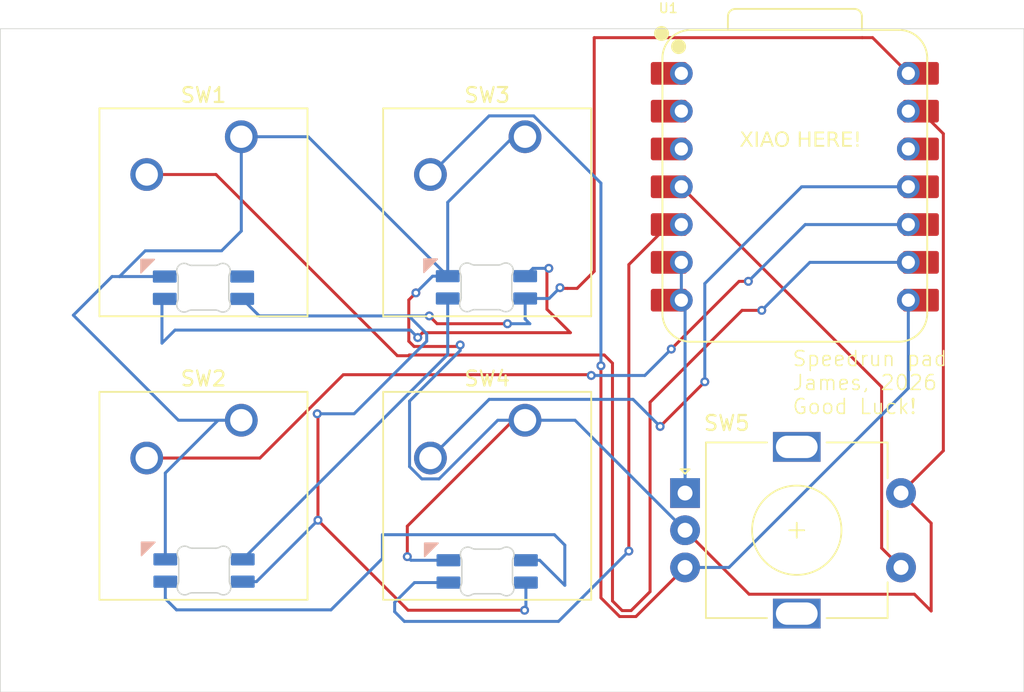
<source format=kicad_pcb>
(kicad_pcb (version 20241229) (generator "pcbnew") (generator_version "9.0")
  (layers (0 "F.Cu" signal) (2 "B.Cu" signal) (13 "F.Paste" user) (15 "B.Paste" user) (5 "F.SilkS" user "F.Silkscreen") (7 "B.SilkS" user "B.Silkscreen") (1 "F.Mask" user) (3 "B.Mask" user) (25 "Edge.Cuts" user))
  (net 0 "")
  (net 1 "Net-(D1-DOUT)")
  (net 2 "GND")
  (net 3 "Net-(D1-DIN)")
  (net 4 "+5V")
  (net 5 "Net-(U1-GPIO2{slash}SCK)")
  (net 6 "Net-(U1-GPIO4{slash}MISO)")
  (net 7 "Net-(U1-GPIO1{slash}RX)")
  (net 8 "Net-(U1-GPIO3{slash}MOSI)")
  (net 13 "Net-(D3-DOUT)")
  (net 14 "Net-(D3-DIN)")
  (net 15 "Net-(U1-GPIO0{slash}TX)")
  (net 16 "Net-(U1-GPIO29{slash}ADC3{slash}A3)")
  (footprint "Hackclub Footprints:MX_SK6812MINI-E_REV" (layer "F.Cu") (at 100.0125 71.4225)
    (property "Reference" "D2" (hide yes))
    (property "Value" "SK6812MINI-E")
    (fp_poly (pts (xy -4.2 4.08) (xy -3.3 3.18) (xy -4.2 3.18)) (stroke (width 0.1)) (fill yes) (layer "B.SilkS"))
    (fp_line (start -1.699999 5.782842) (end -1.699999 4.377158) (stroke (width 0.1)) (layer "Edge.Cuts"))
    (fp_line (start -0.794452 3.58) (end 0.794452 3.58) (stroke (width 0.1)) (layer "Edge.Cuts"))
    (fp_line (start 0.794452 6.579999) (end -0.794453 6.579999) (stroke (width 0.1)) (layer "Edge.Cuts"))
    (fp_line (start 1.699999 4.377158) (end 1.699999 5.782842) (stroke (width 0.1)) (layer "Edge.Cuts"))
    (fp_arc (start -1.749484 4.16028) (mid -1.712527 4.265932) (end -1.699999 4.377158) (stroke (width 0.1)) (layer "Edge.Cuts"))
    (fp_arc (start -1.749484 4.160281) (mid -1.638072 3.575965) (end -1.046711 3.511701) (stroke (width 0.1)) (layer "Edge.Cuts"))
    (fp_arc (start -1.699999 5.782843) (mid -1.712527 5.894068) (end -1.749484 5.99972) (stroke (width 0.1)) (layer "Edge.Cuts"))
    (fp_arc (start -1.046711 6.648298) (mid -1.638071 6.584034) (end -1.749484 5.99972) (stroke (width 0.1)) (layer "Edge.Cuts"))
    (fp_arc (start -1.046711 6.648298) (mid -0.925123 6.597376) (end -0.794453 6.579999) (stroke (width 0.1)) (layer "Edge.Cuts"))
    (fp_arc (start -0.794452 3.58) (mid -0.925123 3.562623) (end -1.046711 3.511701) (stroke (width 0.1)) (layer "Edge.Cuts"))
    (fp_arc (start 0.794453 6.58) (mid 0.925123 6.597377) (end 1.046711 6.648299) (stroke (width 0.1)) (layer "Edge.Cuts"))
    (fp_arc (start 1.04671 3.511701) (mid 0.925122 3.562623) (end 0.794452 3.58) (stroke (width 0.1)) (layer "Edge.Cuts"))
    (fp_arc (start 1.046711 3.511703) (mid 1.63807 3.575966) (end 1.749484 4.16028) (stroke (width 0.1)) (layer "Edge.Cuts"))
    (fp_arc (start 1.699999 4.377157) (mid 1.712527 4.265932) (end 1.749484 4.16028) (stroke (width 0.1)) (layer "Edge.Cuts"))
    (fp_arc (start 1.749484 5.99972) (mid 1.638071 6.584035) (end 1.046711 6.648299) (stroke (width 0.1)) (layer "Edge.Cuts"))
    (fp_arc (start 1.749484 5.99972) (mid 1.712527 5.894068) (end 1.699999 5.782842) (stroke (width 0.1)) (layer "Edge.Cuts"))
    (pad "1" smd roundrect (at 2.6 5.83 90) (size 0.82 1.6) (layers "B.Cu" "B.Mask" "B.Paste") (roundrect_rratio 0.1) (net 4 "+5V"))
    (pad "2" smd roundrect (at 2.6 4.33 90) (size 0.82 1.6) (layers "B.Cu" "B.Mask" "B.Paste") (roundrect_rratio 0.1))
    (pad "3" smd roundrect (at -2.6 4.33 90) (size 0.82 1.6) (layers "B.Cu" "B.Mask" "B.Paste") (roundrect_rratio 0.1) (net 2 "GND"))
    (pad "4" smd roundrect (at -2.6 5.83 90) (size 0.82 1.6) (layers "B.Cu" "B.Mask" "B.Paste") (roundrect_rratio 0.1) (net 1 "Net-(D1-DOUT)"))
  )
  (footprint "Rotary_Encoder:RotaryEncoder_Alps_EC11E-Switch_Vertical_H20mm" (layer "F.Cu") (at 132.35 90.3)
    (property "Reference" "SW5" (at 2.8 -4.7 0) (layer "F.SilkS"))
    (property "Value" "RotaryEncoder_Switch")
    (fp_line (start -0.3 -1.6) (end 0.3 -1.6) (stroke (width 0.12)) (layer "F.SilkS"))
    (fp_line (start 0 -1.3) (end -0.3 -1.6) (stroke (width 0.12)) (layer "F.SilkS"))
    (fp_line (start 0.3 -1.6) (end 0 -1.3) (stroke (width 0.12)) (layer "F.SilkS"))
    (fp_line (start 1.4 -3.4) (end 1.4 8.4) (stroke (width 0.12)) (layer "F.SilkS"))
    (fp_line (start 5.5 -3.4) (end 1.4 -3.4) (stroke (width 0.12)) (layer "F.SilkS"))
    (fp_line (start 5.5 8.4) (end 1.4 8.4) (stroke (width 0.12)) (layer "F.SilkS"))
    (fp_line (start 7 2.5) (end 8 2.5) (stroke (width 0.12)) (layer "F.SilkS"))
    (fp_line (start 7.5 2) (end 7.5 3) (stroke (width 0.12)) (layer "F.SilkS"))
    (fp_line (start 9.5 -3.4) (end 13.6 -3.4) (stroke (width 0.12)) (layer "F.SilkS"))
    (fp_line (start 13.6 -3.4) (end 13.6 -1) (stroke (width 0.12)) (layer "F.SilkS"))
    (fp_line (start 13.6 1.2) (end 13.6 3.8) (stroke (width 0.12)) (layer "F.SilkS"))
    (fp_line (start 13.6 6) (end 13.6 8.4) (stroke (width 0.12)) (layer "F.SilkS"))
    (fp_line (start 13.6 8.4) (end 9.5 8.4) (stroke (width 0.12)) (layer "F.SilkS"))
    (fp_circle (center 7.5 2.5) (end 10.5 2.5) (stroke (width 0.12)) (fill no) (layer "F.SilkS"))
    (pad "A" thru_hole rect (at 0 0) (size 2 2) (drill 1) (layers "*.Cu" "*.Mask") (net 15 "Net-(U1-GPIO0{slash}TX)"))
    (pad "B" thru_hole circle (at 0 5) (size 2 2) (drill 1) (layers "*.Cu" "*.Mask") (net 7 "Net-(U1-GPIO1{slash}RX)"))
    (pad "C" thru_hole circle (at 0 2.5) (size 2 2) (drill 1) (layers "*.Cu" "*.Mask") (net 2 "GND"))
    (pad "MP" thru_hole rect (at 7.5 -3.1) (size 3.2 2) (drill oval 2.8 1.5) (layers "*.Cu" "*.Mask"))
    (pad "MP" thru_hole rect (at 7.5 8.1) (size 3.2 2) (drill oval 2.8 1.5) (layers "*.Cu" "*.Mask"))
    (pad "S1" thru_hole circle (at 14.5 5) (size 2 2) (drill 1) (layers "*.Cu" "*.Mask") (net 16 "Net-(U1-GPIO29{slash}ADC3{slash}A3)"))
    (pad "S2" thru_hole circle (at 14.5 0) (size 2 2) (drill 1) (layers "*.Cu" "*.Mask") (net 2 "GND"))
  )
  (footprint "Button_Switch_Keyboard:SW_Cherry_MX_1.00u_PCB" (layer "F.Cu") (at 121.6025 66.3575)
    (property "Reference" "SW3" (at -2.54 -2.794 0) (layer "F.SilkS"))
    (property "Value" "SW_Push")
    (fp_line (start -9.525 -1.905) (end 4.445 -1.905) (stroke (width 0.12)) (layer "F.SilkS"))
    (fp_line (start -9.525 12.065) (end -9.525 -1.905) (stroke (width 0.12)) (layer "F.SilkS"))
    (fp_line (start 4.445 -1.905) (end 4.445 12.065) (stroke (width 0.12)) (layer "F.SilkS"))
    (fp_line (start 4.445 12.065) (end -9.525 12.065) (stroke (width 0.12)) (layer "F.SilkS"))
    (pad "" np_thru_hole circle (at -7.62 5.08) (size 1.7 1.7) (drill 1.7) (layers "*.Cu" "*.Mask"))
    (pad "" np_thru_hole circle (at -2.54 5.08) (size 4 4) (drill 4) (layers "*.Cu" "*.Mask"))
    (pad "" np_thru_hole circle (at 2.54 5.08) (size 1.7 1.7) (drill 1.7) (layers "*.Cu" "*.Mask"))
    (pad "1" thru_hole circle (at 0 0) (size 2.2 2.2) (drill 1.5) (layers "*.Cu" "*.Mask") (net 2 "GND"))
    (pad "2" thru_hole circle (at -6.35 2.54) (size 2.2 2.2) (drill 1.5) (layers "*.Cu" "*.Mask") (net 7 "Net-(U1-GPIO1{slash}RX)"))
  )
  (footprint "OPL Library:XIAO-RP2040-DIP" (layer "F.Cu") (at 139.72 69.72)
    (property "Reference" "U1" (at -8.5 -12 0) (layer "F.SilkS") (effects (font (size 0.635 0.635) (thickness 0.1016))))
    (property "Value" "XIAO-RP2040-DIP")
    (fp_line (start -8.89 8.509) (end -8.89 -8.636) (stroke (width 0.127)) (layer "F.SilkS"))
    (fp_line (start -6.985 10.414) (end 6.985 10.414) (stroke (width 0.127)) (layer "F.SilkS"))
    (fp_line (start -4.495 -10.541) (end -4.491272 -11.451272) (stroke (width 0.127)) (layer "F.SilkS"))
    (fp_line (start -3.991272 -11.951) (end 4.004 -11.951) (stroke (width 0.127)) (layer "F.SilkS"))
    (fp_line (start 4.504 -11.451) (end 4.504 -10.541) (stroke (width 0.127)) (layer "F.SilkS"))
    (fp_line (start 6.985 -10.541) (end -6.985 -10.541) (stroke (width 0.1)) (layer "F.SilkS"))
    (fp_line (start 6.985 -10.541) (end -6.985 -10.541) (stroke (width 0.127)) (layer "F.SilkS"))
    (fp_line (start 8.89 8.509) (end 8.89 -8.636) (stroke (width 0.127)) (layer "F.SilkS"))
    (fp_arc (start -8.89 -8.636) (mid -8.332038 -9.983038) (end -6.985 -10.541) (stroke (width 0.127)) (layer "F.SilkS"))
    (fp_arc (start -6.985 10.414) (mid -8.332038 9.856038) (end -8.89 8.509) (stroke (width 0.127)) (layer "F.SilkS"))
    (fp_arc (start -4.491272 -11.451272) (mid -4.344728 -11.80464) (end -3.991272 -11.951) (stroke (width 0.127)) (layer "F.SilkS"))
    (fp_arc (start 4.004 -11.951) (mid 4.357553 -11.804553) (end 4.504 -11.451) (stroke (width 0.127)) (layer "F.SilkS"))
    (fp_arc (start 6.985 -10.541) (mid 8.332038 -9.983038) (end 8.89 -8.636) (stroke (width 0.127)) (layer "F.SilkS"))
    (fp_arc (start 8.89 8.509) (mid 8.332038 9.856038) (end 6.985 10.414) (stroke (width 0.127)) (layer "F.SilkS"))
    (fp_circle (center -8.95 -10.3) (end -8.95 -10.554) (stroke (width 0.5)) (fill yes) (layer "F.SilkS"))
    (fp_circle (center -7.807 -9.42) (end -7.807 -9.674) (stroke (width 0.5)) (fill yes) (layer "F.SilkS"))
    (pad "1" smd roundrect (at -8.455 -7.62 180) (size 2.432 1.524) (layers "F.Cu" "F.Mask") (roundrect_rratio 0.1))
    (pad "1" thru_hole circle (at -7.62 -7.62 180) (size 1.524 1.524) (drill 0.889) (layers "*.Cu" "*.Mask"))
    (pad "2" smd roundrect (at -8.455 -5.08 180) (size 2.432 1.524) (layers "F.Cu" "F.Mask") (roundrect_rratio 0.1))
    (pad "2" thru_hole circle (at -7.62 -5.08 180) (size 1.524 1.524) (drill 0.889) (layers "*.Cu" "*.Mask"))
    (pad "3" smd roundrect (at -8.455 -2.54 180) (size 2.432 1.524) (layers "F.Cu" "F.Mask") (roundrect_rratio 0.1))
    (pad "3" thru_hole circle (at -7.62 -2.54 180) (size 1.524 1.524) (drill 0.889) (layers "*.Cu" "*.Mask"))
    (pad "4" smd roundrect (at -8.455 0 180) (size 2.432 1.524) (layers "F.Cu" "F.Mask") (roundrect_rratio 0.1) (net 16 "Net-(U1-GPIO29{slash}ADC3{slash}A3)"))
    (pad "4" thru_hole circle (at -7.62 0 180) (size 1.524 1.524) (drill 0.889) (layers "*.Cu" "*.Mask") (net 16 "Net-(U1-GPIO29{slash}ADC3{slash}A3)"))
    (pad "5" smd roundrect (at -8.455 2.54 180) (size 2.432 1.524) (layers "F.Cu" "F.Mask") (roundrect_rratio 0.1) (net 14 "Net-(D3-DIN)"))
    (pad "5" thru_hole circle (at -7.62 2.54 180) (size 1.524 1.524) (drill 0.889) (layers "*.Cu" "*.Mask") (net 14 "Net-(D3-DIN)"))
    (pad "6" smd roundrect (at -8.455 5.08 180) (size 2.432 1.524) (layers "F.Cu" "F.Mask") (roundrect_rratio 0.1) (net 15 "Net-(U1-GPIO0{slash}TX)"))
    (pad "6" thru_hole circle (at -7.62 5.08 180) (size 1.524 1.524) (drill 0.889) (layers "*.Cu" "*.Mask") (net 15 "Net-(U1-GPIO0{slash}TX)"))
    (pad "7" smd roundrect (at -8.455 7.62 180) (size 2.432 1.524) (layers "F.Cu" "F.Mask") (roundrect_rratio 0.1) (net 15 "Net-(U1-GPIO0{slash}TX)"))
    (pad "7" thru_hole circle (at -7.62 7.62 180) (size 1.524 1.524) (drill 0.889) (layers "*.Cu" "*.Mask") (net 15 "Net-(U1-GPIO0{slash}TX)"))
    (pad "8" thru_hole circle (at 7.62 7.62) (size 1.524 1.524) (drill 0.889) (layers "*.Cu" "*.Mask") (net 7 "Net-(U1-GPIO1{slash}RX)"))
    (pad "8" smd roundrect (at 8.455 7.62) (size 2.432 1.524) (layers "F.Cu" "F.Mask") (roundrect_rratio 0.1) (net 7 "Net-(U1-GPIO1{slash}RX)"))
    (pad "9" thru_hole circle (at 7.62 5.08) (size 1.524 1.524) (drill 0.889) (layers "*.Cu" "*.Mask") (net 5 "Net-(U1-GPIO2{slash}SCK)"))
    (pad "9" smd roundrect (at 8.455 5.08) (size 2.432 1.524) (layers "F.Cu" "F.Mask") (roundrect_rratio 0.1) (net 5 "Net-(U1-GPIO2{slash}SCK)"))
    (pad "10" thru_hole circle (at 7.62 2.54) (size 1.524 1.524) (drill 0.889) (layers "*.Cu" "*.Mask") (net 6 "Net-(U1-GPIO4{slash}MISO)"))
    (pad "10" smd roundrect (at 8.455 2.54) (size 2.432 1.524) (layers "F.Cu" "F.Mask") (roundrect_rratio 0.1) (net 6 "Net-(U1-GPIO4{slash}MISO)"))
    (pad "11" thru_hole circle (at 7.62 0) (size 1.524 1.524) (drill 0.889) (layers "*.Cu" "*.Mask") (net 8 "Net-(U1-GPIO3{slash}MOSI)"))
    (pad "11" smd roundrect (at 8.455 0) (size 2.432 1.524) (layers "F.Cu" "F.Mask") (roundrect_rratio 0.1) (net 8 "Net-(U1-GPIO3{slash}MOSI)"))
    (pad "12" thru_hole circle (at 7.62 -2.54) (size 1.524 1.524) (drill 0.889) (layers "*.Cu" "*.Mask"))
    (pad "12" smd roundrect (at 8.455 -2.54) (size 2.432 1.524) (layers "F.Cu" "F.Mask") (roundrect_rratio 0.1))
    (pad "13" thru_hole circle (at 7.62 -5.08) (size 1.524 1.524) (drill 0.889) (layers "*.Cu" "*.Mask") (net 2 "GND"))
    (pad "13" smd roundrect (at 8.455 -5.08) (size 2.432 1.524) (layers "F.Cu" "F.Mask") (roundrect_rratio 0.1) (net 2 "GND"))
    (pad "14" thru_hole circle (at 7.62 -7.62) (size 1.524 1.524) (drill 0.889) (layers "*.Cu" "*.Mask") (net 4 "+5V"))
    (pad "14" smd roundrect (at 8.455 -7.62) (size 2.432 1.524) (layers "F.Cu" "F.Mask") (roundrect_rratio 0.1) (net 4 "+5V"))
  )
  (footprint "Button_Switch_Keyboard:SW_Cherry_MX_1.00u_PCB" (layer "F.Cu") (at 121.6025 85.4075)
    (property "Reference" "SW4" (at -2.54 -2.794 0) (layer "F.SilkS"))
    (property "Value" "SW_Push")
    (fp_line (start -9.525 -1.905) (end 4.445 -1.905) (stroke (width 0.12)) (layer "F.SilkS"))
    (fp_line (start -9.525 12.065) (end -9.525 -1.905) (stroke (width 0.12)) (layer "F.SilkS"))
    (fp_line (start 4.445 -1.905) (end 4.445 12.065) (stroke (width 0.12)) (layer "F.SilkS"))
    (fp_line (start 4.445 12.065) (end -9.525 12.065) (stroke (width 0.12)) (layer "F.SilkS"))
    (pad "" np_thru_hole circle (at -7.62 5.08) (size 1.7 1.7) (drill 1.7) (layers "*.Cu" "*.Mask"))
    (pad "" np_thru_hole circle (at -2.54 5.08) (size 4 4) (drill 4) (layers "*.Cu" "*.Mask"))
    (pad "" np_thru_hole circle (at 2.54 5.08) (size 1.7 1.7) (drill 1.7) (layers "*.Cu" "*.Mask"))
    (pad "1" thru_hole circle (at 0 0) (size 2.2 2.2) (drill 1.5) (layers "*.Cu" "*.Mask") (net 2 "GND"))
    (pad "2" thru_hole circle (at -6.35 2.54) (size 2.2 2.2) (drill 1.5) (layers "*.Cu" "*.Mask") (net 8 "Net-(U1-GPIO3{slash}MOSI)"))
  )
  (footprint "Hackclub Footprints:MX_SK6812MINI-E_REV" (layer "F.Cu") (at 119.0625 90.4875)
    (property "Reference" "D3" (hide yes))
    (property "Value" "SK6812MINI-E")
    (fp_poly (pts (xy -4.2 4.08) (xy -3.3 3.18) (xy -4.2 3.18)) (stroke (width 0.1)) (fill yes) (layer "B.SilkS"))
    (fp_line (start -1.699999 5.782842) (end -1.699999 4.377158) (stroke (width 0.1)) (layer "Edge.Cuts"))
    (fp_line (start -0.794452 3.58) (end 0.794452 3.58) (stroke (width 0.1)) (layer "Edge.Cuts"))
    (fp_line (start 0.794452 6.579999) (end -0.794453 6.579999) (stroke (width 0.1)) (layer "Edge.Cuts"))
    (fp_line (start 1.699999 4.377158) (end 1.699999 5.782842) (stroke (width 0.1)) (layer "Edge.Cuts"))
    (fp_arc (start -1.749484 4.16028) (mid -1.712527 4.265932) (end -1.699999 4.377158) (stroke (width 0.1)) (layer "Edge.Cuts"))
    (fp_arc (start -1.749484 4.160281) (mid -1.638072 3.575965) (end -1.046711 3.511701) (stroke (width 0.1)) (layer "Edge.Cuts"))
    (fp_arc (start -1.699999 5.782843) (mid -1.712527 5.894068) (end -1.749484 5.99972) (stroke (width 0.1)) (layer "Edge.Cuts"))
    (fp_arc (start -1.046711 6.648298) (mid -1.638071 6.584034) (end -1.749484 5.99972) (stroke (width 0.1)) (layer "Edge.Cuts"))
    (fp_arc (start -1.046711 6.648298) (mid -0.925123 6.597376) (end -0.794453 6.579999) (stroke (width 0.1)) (layer "Edge.Cuts"))
    (fp_arc (start -0.794452 3.58) (mid -0.925123 3.562623) (end -1.046711 3.511701) (stroke (width 0.1)) (layer "Edge.Cuts"))
    (fp_arc (start 0.794453 6.58) (mid 0.925123 6.597377) (end 1.046711 6.648299) (stroke (width 0.1)) (layer "Edge.Cuts"))
    (fp_arc (start 1.04671 3.511701) (mid 0.925122 3.562623) (end 0.794452 3.58) (stroke (width 0.1)) (layer "Edge.Cuts"))
    (fp_arc (start 1.046711 3.511703) (mid 1.63807 3.575966) (end 1.749484 4.16028) (stroke (width 0.1)) (layer "Edge.Cuts"))
    (fp_arc (start 1.699999 4.377157) (mid 1.712527 4.265932) (end 1.749484 4.16028) (stroke (width 0.1)) (layer "Edge.Cuts"))
    (fp_arc (start 1.749484 5.99972) (mid 1.638071 6.584035) (end 1.046711 6.648299) (stroke (width 0.1)) (layer "Edge.Cuts"))
    (fp_arc (start 1.749484 5.99972) (mid 1.712527 5.894068) (end 1.699999 5.782842) (stroke (width 0.1)) (layer "Edge.Cuts"))
    (pad "1" smd roundrect (at 2.6 5.83 90) (size 0.82 1.6) (layers "B.Cu" "B.Mask" "B.Paste") (roundrect_rratio 0.1) (net 4 "+5V"))
    (pad "2" smd roundrect (at 2.6 4.33 90) (size 0.82 1.6) (layers "B.Cu" "B.Mask" "B.Paste") (roundrect_rratio 0.1) (net 13 "Net-(D3-DOUT)"))
    (pad "3" smd roundrect (at -2.6 4.33 90) (size 0.82 1.6) (layers "B.Cu" "B.Mask" "B.Paste") (roundrect_rratio 0.1) (net 2 "GND"))
    (pad "4" smd roundrect (at -2.6 5.83 90) (size 0.82 1.6) (layers "B.Cu" "B.Mask" "B.Paste") (roundrect_rratio 0.1) (net 14 "Net-(D3-DIN)"))
  )
  (footprint "Button_Switch_Keyboard:SW_Cherry_MX_1.00u_PCB" (layer "F.Cu") (at 102.5525 66.3575)
    (property "Reference" "SW1" (at -2.54 -2.794 0) (layer "F.SilkS"))
    (property "Value" "SW_Push")
    (fp_line (start -9.525 -1.905) (end 4.445 -1.905) (stroke (width 0.12)) (layer "F.SilkS"))
    (fp_line (start -9.525 12.065) (end -9.525 -1.905) (stroke (width 0.12)) (layer "F.SilkS"))
    (fp_line (start 4.445 -1.905) (end 4.445 12.065) (stroke (width 0.12)) (layer "F.SilkS"))
    (fp_line (start 4.445 12.065) (end -9.525 12.065) (stroke (width 0.12)) (layer "F.SilkS"))
    (pad "" np_thru_hole circle (at -7.62 5.08) (size 1.7 1.7) (drill 1.7) (layers "*.Cu" "*.Mask"))
    (pad "" np_thru_hole circle (at -2.54 5.08) (size 4 4) (drill 4) (layers "*.Cu" "*.Mask"))
    (pad "" np_thru_hole circle (at 2.54 5.08) (size 1.7 1.7) (drill 1.7) (layers "*.Cu" "*.Mask"))
    (pad "1" thru_hole circle (at 0 0) (size 2.2 2.2) (drill 1.5) (layers "*.Cu" "*.Mask") (net 2 "GND"))
    (pad "2" thru_hole circle (at -6.35 2.54) (size 2.2 2.2) (drill 1.5) (layers "*.Cu" "*.Mask") (net 5 "Net-(U1-GPIO2{slash}SCK)"))
  )
  (footprint "Hackclub Footprints:MX_SK6812MINI-E_REV" (layer "F.Cu") (at 119.0125 71.3975)
    (property "Reference" "D1" (hide yes))
    (property "Value" "SK6812MINI-E")
    (fp_poly (pts (xy -4.2 4.08) (xy -3.3 3.18) (xy -4.2 3.18)) (stroke (width 0.1)) (fill yes) (layer "B.SilkS"))
    (fp_line (start -1.699999 5.782842) (end -1.699999 4.377158) (stroke (width 0.1)) (layer "Edge.Cuts"))
    (fp_line (start -0.794452 3.58) (end 0.794452 3.58) (stroke (width 0.1)) (layer "Edge.Cuts"))
    (fp_line (start 0.794452 6.579999) (end -0.794453 6.579999) (stroke (width 0.1)) (layer "Edge.Cuts"))
    (fp_line (start 1.699999 4.377158) (end 1.699999 5.782842) (stroke (width 0.1)) (layer "Edge.Cuts"))
    (fp_arc (start -1.749484 4.16028) (mid -1.712527 4.265932) (end -1.699999 4.377158) (stroke (width 0.1)) (layer "Edge.Cuts"))
    (fp_arc (start -1.749484 4.160281) (mid -1.638072 3.575965) (end -1.046711 3.511701) (stroke (width 0.1)) (layer "Edge.Cuts"))
    (fp_arc (start -1.699999 5.782843) (mid -1.712527 5.894068) (end -1.749484 5.99972) (stroke (width 0.1)) (layer "Edge.Cuts"))
    (fp_arc (start -1.046711 6.648298) (mid -1.638071 6.584034) (end -1.749484 5.99972) (stroke (width 0.1)) (layer "Edge.Cuts"))
    (fp_arc (start -1.046711 6.648298) (mid -0.925123 6.597376) (end -0.794453 6.579999) (stroke (width 0.1)) (layer "Edge.Cuts"))
    (fp_arc (start -0.794452 3.58) (mid -0.925123 3.562623) (end -1.046711 3.511701) (stroke (width 0.1)) (layer "Edge.Cuts"))
    (fp_arc (start 0.794453 6.58) (mid 0.925123 6.597377) (end 1.046711 6.648299) (stroke (width 0.1)) (layer "Edge.Cuts"))
    (fp_arc (start 1.04671 3.511701) (mid 0.925122 3.562623) (end 0.794452 3.58) (stroke (width 0.1)) (layer "Edge.Cuts"))
    (fp_arc (start 1.046711 3.511703) (mid 1.63807 3.575966) (end 1.749484 4.16028) (stroke (width 0.1)) (layer "Edge.Cuts"))
    (fp_arc (start 1.699999 4.377157) (mid 1.712527 4.265932) (end 1.749484 4.16028) (stroke (width 0.1)) (layer "Edge.Cuts"))
    (fp_arc (start 1.749484 5.99972) (mid 1.638071 6.584035) (end 1.046711 6.648299) (stroke (width 0.1)) (layer "Edge.Cuts"))
    (fp_arc (start 1.749484 5.99972) (mid 1.712527 5.894068) (end 1.699999 5.782842) (stroke (width 0.1)) (layer "Edge.Cuts"))
    (pad "1" smd roundrect (at 2.6 5.83 90) (size 0.82 1.6) (layers "B.Cu" "B.Mask" "B.Paste") (roundrect_rratio 0.1) (net 4 "+5V"))
    (pad "2" smd roundrect (at 2.6 4.33 90) (size 0.82 1.6) (layers "B.Cu" "B.Mask" "B.Paste") (roundrect_rratio 0.1) (net 1 "Net-(D1-DOUT)"))
    (pad "3" smd roundrect (at -2.6 4.33 90) (size 0.82 1.6) (layers "B.Cu" "B.Mask" "B.Paste") (roundrect_rratio 0.1) (net 2 "GND"))
    (pad "4" smd roundrect (at -2.6 5.83 90) (size 0.82 1.6) (layers "B.Cu" "B.Mask" "B.Paste") (roundrect_rratio 0.1) (net 3 "Net-(D1-DIN)"))
  )
  (footprint "Button_Switch_Keyboard:SW_Cherry_MX_1.00u_PCB" (layer "F.Cu") (at 102.5525 85.4075)
    (property "Reference" "SW2" (at -2.54 -2.794 0) (layer "F.SilkS"))
    (property "Value" "SW_Push")
    (fp_line (start -9.525 -1.905) (end 4.445 -1.905) (stroke (width 0.12)) (layer "F.SilkS"))
    (fp_line (start -9.525 12.065) (end -9.525 -1.905) (stroke (width 0.12)) (layer "F.SilkS"))
    (fp_line (start 4.445 -1.905) (end 4.445 12.065) (stroke (width 0.12)) (layer "F.SilkS"))
    (fp_line (start 4.445 12.065) (end -9.525 12.065) (stroke (width 0.12)) (layer "F.SilkS"))
    (pad "" np_thru_hole circle (at -7.62 5.08) (size 1.7 1.7) (drill 1.7) (layers "*.Cu" "*.Mask"))
    (pad "" np_thru_hole circle (at -2.54 5.08) (size 4 4) (drill 4) (layers "*.Cu" "*.Mask"))
    (pad "" np_thru_hole circle (at 2.54 5.08) (size 1.7 1.7) (drill 1.7) (layers "*.Cu" "*.Mask"))
    (pad "1" thru_hole circle (at 0 0) (size 2.2 2.2) (drill 1.5) (layers "*.Cu" "*.Mask") (net 2 "GND"))
    (pad "2" thru_hole circle (at -6.35 2.54) (size 2.2 2.2) (drill 1.5) (layers "*.Cu" "*.Mask") (net 6 "Net-(U1-GPIO4{slash}MISO)"))
  )
  (footprint "Hackclub Footprints:MX_SK6812MINI-E_REV" (layer "F.Cu") (at 100.05 90.425)
    (property "Reference" "D4" (hide yes))
    (property "Value" "SK6812MINI-E")
    (fp_poly (pts (xy -4.2 4.08) (xy -3.3 3.18) (xy -4.2 3.18)) (stroke (width 0.1)) (fill yes) (layer "B.SilkS"))
    (fp_line (start -1.699999 5.782842) (end -1.699999 4.377158) (stroke (width 0.1)) (layer "Edge.Cuts"))
    (fp_line (start -0.794452 3.58) (end 0.794452 3.58) (stroke (width 0.1)) (layer "Edge.Cuts"))
    (fp_line (start 0.794452 6.579999) (end -0.794453 6.579999) (stroke (width 0.1)) (layer "Edge.Cuts"))
    (fp_line (start 1.699999 4.377158) (end 1.699999 5.782842) (stroke (width 0.1)) (layer "Edge.Cuts"))
    (fp_arc (start -1.749484 4.16028) (mid -1.712527 4.265932) (end -1.699999 4.377158) (stroke (width 0.1)) (layer "Edge.Cuts"))
    (fp_arc (start -1.749484 4.160281) (mid -1.638072 3.575965) (end -1.046711 3.511701) (stroke (width 0.1)) (layer "Edge.Cuts"))
    (fp_arc (start -1.699999 5.782843) (mid -1.712527 5.894068) (end -1.749484 5.99972) (stroke (width 0.1)) (layer "Edge.Cuts"))
    (fp_arc (start -1.046711 6.648298) (mid -1.638071 6.584034) (end -1.749484 5.99972) (stroke (width 0.1)) (layer "Edge.Cuts"))
    (fp_arc (start -1.046711 6.648298) (mid -0.925123 6.597376) (end -0.794453 6.579999) (stroke (width 0.1)) (layer "Edge.Cuts"))
    (fp_arc (start -0.794452 3.58) (mid -0.925123 3.562623) (end -1.046711 3.511701) (stroke (width 0.1)) (layer "Edge.Cuts"))
    (fp_arc (start 0.794453 6.58) (mid 0.925123 6.597377) (end 1.046711 6.648299) (stroke (width 0.1)) (layer "Edge.Cuts"))
    (fp_arc (start 1.04671 3.511701) (mid 0.925122 3.562623) (end 0.794452 3.58) (stroke (width 0.1)) (layer "Edge.Cuts"))
    (fp_arc (start 1.046711 3.511703) (mid 1.63807 3.575966) (end 1.749484 4.16028) (stroke (width 0.1)) (layer "Edge.Cuts"))
    (fp_arc (start 1.699999 4.377157) (mid 1.712527 4.265932) (end 1.749484 4.16028) (stroke (width 0.1)) (layer "Edge.Cuts"))
    (fp_arc (start 1.749484 5.99972) (mid 1.638071 6.584035) (end 1.046711 6.648299) (stroke (width 0.1)) (layer "Edge.Cuts"))
    (fp_arc (start 1.749484 5.99972) (mid 1.712527 5.894068) (end 1.699999 5.782842) (stroke (width 0.1)) (layer "Edge.Cuts"))
    (pad "1" smd roundrect (at 2.6 5.83 90) (size 0.82 1.6) (layers "B.Cu" "B.Mask" "B.Paste") (roundrect_rratio 0.1) (net 4 "+5V"))
    (pad "2" smd roundrect (at 2.6 4.33 90) (size 0.82 1.6) (layers "B.Cu" "B.Mask" "B.Paste") (roundrect_rratio 0.1) (net 3 "Net-(D1-DIN)"))
    (pad "3" smd roundrect (at -2.6 4.33 90) (size 0.82 1.6) (layers "B.Cu" "B.Mask" "B.Paste") (roundrect_rratio 0.1) (net 2 "GND"))
    (pad "4" smd roundrect (at -2.6 5.83 90) (size 0.82 1.6) (layers "B.Cu" "B.Mask" "B.Paste") (roundrect_rratio 0.1) (net 13 "Net-(D3-DOUT)"))
  )
  (gr_rect (start 86.375 59.1) (end 155.1 103.675) (stroke (width 0.05)) (fill no) (layer "Edge.Cuts"))
  (gr_text "Speedrun pad\nJames, 2026\nGood Luck!" (at 139.5 85.075 0) (layer "F.SilkS") (effects (font (size 1 1) (thickness 0.1)) (justify left bottom)))
  (gr_text "XIAO HERE!" (at 136 67.2 0) (layer "F.SilkS") (effects (font (size 1 1) (thickness 0.1)) (justify left bottom)))
  (segment (start 123.075 75.325) (end 123.2 75.2) (width 0.2) (layer "F.Cu") (net 1))
  (segment (start 123.075 77.95) (end 123.075 75.325) (width 0.2) (layer "F.Cu") (net 1))
  (segment (start 114.725 79.525) (end 124.65 79.525) (width 0.2) (layer "F.Cu") (net 1))
  (segment (start 114.4 79.85) (end 114.725 79.525) (width 0.2) (layer "F.Cu") (net 1))
  (segment (start 124.65 79.525) (end 123.075 77.95) (width 0.2) (layer "F.Cu") (net 1))
  (via (at 123.2 75.2) (size 0.6) (drill 0.3) (layers "F.Cu" "B.Cu") (net 1))
  (via (at 114.4 79.85) (size 0.6) (drill 0.3) (layers "F.Cu" "B.Cu") (net 1))
  (segment (start 97.225 80.225) (end 98.1 79.35) (width 0.2) (layer "B.Cu") (net 1))
  (segment (start 113.9 79.35) (end 114.4 79.85) (width 0.2) (layer "B.Cu") (net 1))
  (segment (start 122.14 75.2) (end 121.6125 75.7275) (width 0.2) (layer "B.Cu") (net 1))
  (segment (start 97.225 77.44) (end 97.225 80.225) (width 0.2) (layer "B.Cu") (net 1))
  (segment (start 98.1 79.35) (end 113.9 79.35) (width 0.2) (layer "B.Cu") (net 1))
  (segment (start 123.2 75.2) (end 122.14 75.2) (width 0.2) (layer "B.Cu") (net 1))
  (segment (start 97.4125 77.2525) (end 97.225 77.44) (width 0.2) (layer "B.Cu") (net 1))
  (segment (start 146.85 90.3) (end 148.875 92.325) (width 0.2) (layer "F.Cu") (net 2))
  (segment (start 149.692 66.157) (end 149.692 87.458) (width 0.2) (layer "F.Cu") (net 2))
  (segment (start 113.799 80.098943) (end 113.799 77.326) (width 0.2) (layer "F.Cu") (net 2))
  (segment (start 136.649 97.099) (end 132.35 92.8) (width 0.2) (layer "F.Cu") (net 2))
  (segment (start 120.817684 85.4075) (end 121.6025 85.4075) (width 0.2) (layer "F.Cu") (net 2))
  (segment (start 114.151057 80.451) (end 113.799 80.098943) (width 0.2) (layer "F.Cu") (net 2))
  (segment (start 113.7 94.575) (end 113.7 92.525184) (width 0.2) (layer "F.Cu") (net 2))
  (segment (start 149.692 87.458) (end 146.85 90.3) (width 0.2) (layer "F.Cu") (net 2))
  (segment (start 113.7 92.525184) (end 120.817684 85.4075) (width 0.2) (layer "F.Cu") (net 2))
  (segment (start 148.175 64.64) (end 149.692 66.157) (width 0.2) (layer "F.Cu") (net 2))
  (segment (start 117.149 80.451) (end 114.151057 80.451) (width 0.2) (layer "F.Cu") (net 2))
  (segment (start 113.799 77.326) (end 114.275 76.85) (width 0.2) (layer "F.Cu") (net 2))
  (segment (start 148.875 92.325) (end 148.875 98.225) (width 0.2) (layer "F.Cu") (net 2))
  (segment (start 117.25 80.35) (end 117.149 80.451) (width 0.2) (layer "F.Cu") (net 2))
  (segment (start 148.875 98.225) (end 147.749 97.099) (width 0.2) (layer "F.Cu") (net 2))
  (segment (start 147.749 97.099) (end 136.649 97.099) (width 0.2) (layer "F.Cu") (net 2))
  (via (at 114.275 76.85) (size 0.6) (drill 0.3) (layers "F.Cu" "B.Cu") (net 2))
  (via (at 113.7 94.575) (size 0.6) (drill 0.3) (layers "F.Cu" "B.Cu") (net 2))
  (via (at 117.25 80.35) (size 0.6) (drill 0.3) (layers "F.Cu" "B.Cu") (net 2))
  (segment (start 113.8515 84.1206) (end 117.25 80.7221) (width 0.2) (layer "B.Cu") (net 2))
  (segment (start 117.25 80.7221) (end 117.25 80.35) (width 0.2) (layer "B.Cu") (net 2))
  (segment (start 96.1025 74.025) (end 94.375 75.7525) (width 0.2) (layer "B.Cu") (net 2))
  (segment (start 93.8725 75.7525) (end 94.375 75.7525) (width 0.2) (layer "B.Cu") (net 2))
  (segment (start 100.996866 85.4075) (end 97.45 88.954366) (width 0.2) (layer "B.Cu") (net 2))
  (segment (start 114.672186 89.3485) (end 113.8515 88.527814) (width 0.2) (layer "B.Cu") (net 2))
  (segment (start 121.6025 66.3575) (end 120.817684 66.3575) (width 0.2) (layer "B.Cu") (net 2))
  (segment (start 115.3975 75.7275) (end 116.4125 75.7275) (width 0.2) (layer "B.Cu") (net 2))
  (segment (start 113.9425 94.8175) (end 113.7 94.575) (width 0.2) (layer "B.Cu") (net 2))
  (segment (start 97.45 88.954366) (end 97.45 94.755) (width 0.2) (layer "B.Cu") (net 2))
  (segment (start 98.3325 85.4075) (end 91.275 78.35) (width 0.2) (layer "B.Cu") (net 2))
  (segment (start 132.35 92.8) (end 124.9575 85.4075) (width 0.2) (layer "B.Cu") (net 2))
  (segment (start 102.5525 72.6975) (end 101.225 74.025) (width 0.2) (layer "B.Cu") (net 2))
  (segment (start 102.5525 85.4075) (end 100.996866 85.4075) (width 0.2) (layer "B.Cu") (net 2))
  (segment (start 101.225 74.025) (end 96.1025 74.025) (width 0.2) (layer "B.Cu") (net 2))
  (segment (start 113.8515 88.527814) (end 113.8515 84.1206) (width 0.2) (layer "B.Cu") (net 2))
  (segment (start 121.6025 85.4075) (end 119.773814 85.4075) (width 0.2) (layer "B.Cu") (net 2))
  (segment (start 107.0425 66.3575) (end 116.4125 75.7275) (width 0.2) (layer "B.Cu") (net 2))
  (segment (start 114.275 76.85) (end 115.3975 75.7275) (width 0.2) (layer "B.Cu") (net 2))
  (segment (start 116.4625 94.8175) (end 113.9425 94.8175) (width 0.2) (layer "B.Cu") (net 2))
  (segment (start 102.5525 66.3575) (end 102.5525 72.6975) (width 0.2) (layer "B.Cu") (net 2))
  (segment (start 115.832814 89.3485) (end 114.672186 89.3485) (width 0.2) (layer "B.Cu") (net 2))
  (segment (start 102.5525 66.3575) (end 107.0425 66.3575) (width 0.2) (layer "B.Cu") (net 2))
  (segment (start 119.773814 85.4075) (end 115.832814 89.3485) (width 0.2) (layer "B.Cu") (net 2))
  (segment (start 102.5525 85.4075) (end 98.3325 85.4075) (width 0.2) (layer "B.Cu") (net 2))
  (segment (start 116.4125 70.762684) (end 116.4125 75.7275) (width 0.2) (layer "B.Cu") (net 2))
  (segment (start 91.275 78.35) (end 93.8725 75.7525) (width 0.2) (layer "B.Cu") (net 2))
  (segment (start 124.9575 85.4075) (end 121.6025 85.4075) (width 0.2) (layer "B.Cu") (net 2))
  (segment (start 94.375 75.7525) (end 97.4125 75.7525) (width 0.2) (layer "B.Cu") (net 2))
  (segment (start 120.817684 66.3575) (end 116.4125 70.762684) (width 0.2) (layer "B.Cu") (net 2))
  (segment (start 116.4125 80.9925) (end 116.4125 77.2275) (width 0.2) (layer "B.Cu") (net 3))
  (segment (start 102.65 94.755) (end 116.4125 80.9925) (width 0.2) (layer "B.Cu") (net 3))
  (segment (start 121.575 98.175) (end 113.75 98.175) (width 0.2) (layer "F.Cu") (net 4))
  (segment (start 124 76.55) (end 123.95 76.5) (width 0.2) (layer "F.Cu") (net 4))
  (segment (start 147.34 62.1) (end 144.941 59.701) (width 0.2) (layer "F.Cu") (net 4))
  (segment (start 115.7 78.925) (end 120.425 78.925) (width 0.2) (layer "F.Cu") (net 4))
  (segment (start 126.25 59.701) (end 126.25 75.4) (width 0.2) (layer "F.Cu") (net 4))
  (segment (start 124.45 76.55) (end 124 76.55) (width 0.2) (layer "F.Cu") (net 4))
  (segment (start 107.7 85.025) (end 107.65 84.975) (width 0.2) (layer "F.Cu") (net 4))
  (segment (start 125.1 76.55) (end 124.45 76.55) (width 0.2) (layer "F.Cu") (net 4))
  (segment (start 113.75 98.175) (end 107.7 92.125) (width 0.2) (layer "F.Cu") (net 4))
  (segment (start 107.7 92.125) (end 107.7 85.025) (width 0.2) (layer "F.Cu") (net 4))
  (segment (start 115.175 78.4) (end 115.7 78.925) (width 0.2) (layer "F.Cu") (net 4))
  (segment (start 126.25 75.4) (end 125.1 76.55) (width 0.2) (layer "F.Cu") (net 4))
  (segment (start 144.941 59.701) (end 144.25 59.701) (width 0.2) (layer "F.Cu") (net 4))
  (segment (start 144.25 59.701) (end 126.25 59.701) (width 0.2) (layer "F.Cu") (net 4))
  (via (at 115.175 78.4) (size 0.6) (drill 0.3) (layers "F.Cu" "B.Cu") (net 4))
  (via (at 107.65 84.975) (size 0.6) (drill 0.3) (layers "F.Cu" "B.Cu") (net 4))
  (via (at 123.95 76.5) (size 0.6) (drill 0.3) (layers "F.Cu" "B.Cu") (net 4))
  (via (at 120.425 78.925) (size 0.6) (drill 0.3) (layers "F.Cu" "B.Cu") (net 4))
  (via (at 107.7 92.125) (size 0.6) (drill 0.3) (layers "F.Cu" "B.Cu") (net 4))
  (via (at 121.575 98.175) (size 0.6) (drill 0.3) (layers "F.Cu" "B.Cu") (net 4))
  (segment (start 102.65 96.255) (end 103.57 96.255) (width 0.2) (layer "B.Cu") (net 4))
  (segment (start 113.799943 78.4) (end 115.175 78.4) (width 0.2) (layer "B.Cu") (net 4))
  (segment (start 115.001 80.098943) (end 115.001 79.601057) (width 0.2) (layer "B.Cu") (net 4))
  (segment (start 103.57 96.255) (end 107.7 92.125) (width 0.2) (layer "B.Cu") (net 4))
  (segment (start 103.76 78.4) (end 113.799943 78.4) (width 0.2) (layer "B.Cu") (net 4))
  (segment (start 121.925 78.925) (end 121.6125 78.6125) (width 0.2) (layer "B.Cu") (net 4))
  (segment (start 121.6125 78.6125) (end 121.6125 77.2275) (width 0.2) (layer "B.Cu") (net 4))
  (segment (start 123.2225 77.2275) (end 121.6125 77.2275) (width 0.2) (layer "B.Cu") (net 4))
  (segment (start 123.95 76.5) (end 123.2225 77.2275) (width 0.2) (layer "B.Cu") (net 4))
  (segment (start 110.124943 84.975) (end 115.001 80.098943) (width 0.2) (layer "B.Cu") (net 4))
  (segment (start 120.425 78.925) (end 121.925 78.925) (width 0.2) (layer "B.Cu") (net 4))
  (segment (start 121.6625 98.0875) (end 121.575 98.175) (width 0.2) (layer "B.Cu") (net 4))
  (segment (start 107.65 84.975) (end 110.124943 84.975) (width 0.2) (layer "B.Cu") (net 4))
  (segment (start 115.001 79.601057) (end 113.799943 78.4) (width 0.2) (layer "B.Cu") (net 4))
  (segment (start 102.6125 77.2525) (end 103.76 78.4) (width 0.2) (layer "B.Cu") (net 4))
  (segment (start 121.6625 96.3175) (end 121.6625 98.0875) (width 0.2) (layer "B.Cu") (net 4))
  (segment (start 113.03153 81.075) (end 113.775 81.075) (width 0.2) (layer "F.Cu") (net 5))
  (segment (start 127.475 81.575) (end 127.475 97.55) (width 0.2) (layer "F.Cu") (net 5))
  (segment (start 127.475 97.55) (end 128.125 98.2) (width 0.2) (layer "F.Cu") (net 5))
  (segment (start 128.725 98.2) (end 130 96.925) (width 0.2) (layer "F.Cu") (net 5))
  (segment (start 113.775 81.075) (end 113.825 81.025) (width 0.2) (layer "F.Cu") (net 5))
  (segment (start 130 96.925) (end 130 84.2) (width 0.2) (layer "F.Cu") (net 5))
  (segment (start 96.2025 68.8975) (end 100.85403 68.8975) (width 0.2) (layer "F.Cu") (net 5))
  (segment (start 100.85403 68.8975) (end 113.03153 81.075) (width 0.2) (layer "F.Cu") (net 5))
  (segment (start 126.925 81.025) (end 127.475 81.575) (width 0.2) (layer "F.Cu") (net 5))
  (segment (start 130 84.2) (end 136.175 78.025) (width 0.2) (layer "F.Cu") (net 5))
  (segment (start 136.175 78.025) (end 137.5 78.025) (width 0.2) (layer "F.Cu") (net 5))
  (segment (start 128.125 98.2) (end 128.725 98.2) (width 0.2) (layer "F.Cu") (net 5))
  (segment (start 113.825 81.025) (end 126.925 81.025) (width 0.2) (layer "F.Cu") (net 5))
  (via (at 137.5 78.025) (size 0.6) (drill 0.3) (layers "F.Cu" "B.Cu") (net 5))
  (segment (start 140.725 74.8) (end 147.34 74.8) (width 0.2) (layer "B.Cu") (net 5))
  (segment (start 137.5 78.025) (end 140.725 74.8) (width 0.2) (layer "B.Cu") (net 5))
  (segment (start 126 82.35) (end 126.05 82.4) (width 0.2) (layer "F.Cu") (net 6))
  (segment (start 109.4 82.35) (end 126 82.35) (width 0.2) (layer "F.Cu") (net 6))
  (segment (start 103.8025 87.9475) (end 109.4 82.35) (width 0.2) (layer "F.Cu") (net 6))
  (segment (start 96.2025 87.9475) (end 103.8025 87.9475) (width 0.2) (layer "F.Cu") (net 6))
  (segment (start 135.975 76.075) (end 136.6 76.075) (width 0.2) (layer "F.Cu") (net 6))
  (segment (start 131.425 80.625) (end 135.975 76.075) (width 0.2) (layer "F.Cu") (net 6))
  (via (at 126.05 82.4) (size 0.6) (drill 0.3) (layers "F.Cu" "B.Cu") (net 6))
  (via (at 131.425 80.625) (size 0.6) (drill 0.3) (layers "F.Cu" "B.Cu") (net 6))
  (via (at 136.6 76.075) (size 0.6) (drill 0.3) (layers "F.Cu" "B.Cu") (net 6))
  (segment (start 129.65 82.4) (end 131.425 80.625) (width 0.2) (layer "B.Cu") (net 6))
  (segment (start 126.05 82.4) (end 129.65 82.4) (width 0.2) (layer "B.Cu") (net 6))
  (segment (start 140.415 72.26) (end 147.34 72.26) (width 0.2) (layer "B.Cu") (net 6))
  (segment (start 136.6 76.075) (end 140.415 72.26) (width 0.2) (layer "B.Cu") (net 6))
  (segment (start 129.049 98.601) (end 127.9589 98.601) (width 0.2) (layer "F.Cu") (net 7))
  (segment (start 127.9589 98.601) (end 126.7 97.3421) (width 0.2) (layer "F.Cu") (net 7))
  (segment (start 126.7 97.3421) (end 126.7 81.75) (width 0.2) (layer "F.Cu") (net 7))
  (segment (start 132.35 95.3) (end 129.049 98.601) (width 0.2) (layer "F.Cu") (net 7))
  (via (at 126.7 81.75) (size 0.6) (drill 0.3) (layers "F.Cu" "B.Cu") (net 7))
  (segment (start 119.1935 64.9565) (end 115.2525 68.8975) (width 0.2) (layer "B.Cu") (net 7))
  (segment (start 126.7 69.473686) (end 122.182814 64.9565) (width 0.2) (layer "B.Cu") (net 7))
  (segment (start 132.35 95.3) (end 135.3 95.3) (width 0.2) (layer "B.Cu") (net 7))
  (segment (start 126.7 81.75) (end 126.7 69.473686) (width 0.2) (layer "B.Cu") (net 7))
  (segment (start 147.34 83.26) (end 147.34 77.34) (width 0.2) (layer "B.Cu") (net 7))
  (segment (start 135.3 95.3) (end 147.34 83.26) (width 0.2) (layer "B.Cu") (net 7))
  (segment (start 122.182814 64.9565) (end 119.1935 64.9565) (width 0.2) (layer "B.Cu") (net 7))
  (segment (start 133.675 82.825) (end 130.675 85.825) (width 0.2) (layer "F.Cu") (net 8))
  (via (at 130.675 85.825) (size 0.6) (drill 0.3) (layers "F.Cu" "B.Cu") (net 8))
  (via (at 133.675 82.825) (size 0.6) (drill 0.3) (layers "F.Cu" "B.Cu") (net 8))
  (segment (start 140.18 69.72) (end 133.675 76.225) (width 0.2) (layer "B.Cu") (net 8))
  (segment (start 128.8565 84.0065) (end 119.1935 84.0065) (width 0.2) (layer "B.Cu") (net 8))
  (segment (start 147.34 69.72) (end 140.18 69.72) (width 0.2) (layer "B.Cu") (net 8))
  (segment (start 133.675 76.225) (end 133.675 82.825) (width 0.2) (layer "B.Cu") (net 8))
  (segment (start 130.675 85.825) (end 128.8565 84.0065) (width 0.2) (layer "B.Cu") (net 8))
  (segment (start 119.1935 84.0065) (end 115.2525 87.9475) (width 0.2) (layer "B.Cu") (net 8))
  (segment (start 97.45 96.255) (end 97.45 97.4) (width 0.2) (layer "B.Cu") (net 13))
  (segment (start 112.025 93.1) (end 123.575 93.1) (width 0.2) (layer "B.Cu") (net 13))
  (segment (start 112.025 94.7) (end 112.025 93.1) (width 0.2) (layer "B.Cu") (net 13))
  (segment (start 98.2 98.15) (end 108.575 98.15) (width 0.2) (layer "B.Cu") (net 13))
  (segment (start 97.45 97.4) (end 98.2 98.15) (width 0.2) (layer "B.Cu") (net 13))
  (segment (start 124.275 96.5) (end 122.5925 94.8175) (width 0.2) (layer "B.Cu") (net 13))
  (segment (start 122.5925 94.8175) (end 121.6625 94.8175) (width 0.2) (layer "B.Cu") (net 13))
  (segment (start 123.575 93.1) (end 124.275 93.8) (width 0.2) (layer "B.Cu") (net 13))
  (segment (start 124.275 93.8) (end 124.275 96.5) (width 0.2) (layer "B.Cu") (net 13))
  (segment (start 108.575 98.15) (end 112.025 94.7) (width 0.2) (layer "B.Cu") (net 13))
  (segment (start 128.575 74.95) (end 128.575 94.2) (width 0.2) (layer "F.Cu") (net 14))
  (segment (start 131.265 72.26) (end 128.575 74.95) (width 0.2) (layer "F.Cu") (net 14))
  (via (at 128.575 94.2) (size 0.6) (drill 0.3) (layers "F.Cu" "B.Cu") (net 14))
  (segment (start 113.5 98.925) (end 112.85 98.275) (width 0.2) (layer "B.Cu") (net 14))
  (segment (start 112.85 98.275) (end 112.85 97.65) (width 0.2) (layer "B.Cu") (net 14))
  (segment (start 128.575 94.2) (end 123.85 98.925) (width 0.2) (layer "B.Cu") (net 14))
  (segment (start 123.85 98.925) (end 113.5 98.925) (width 0.2) (layer "B.Cu") (net 14))
  (segment (start 112.85 97.65) (end 114.1825 96.3175) (width 0.2) (layer "B.Cu") (net 14))
  (segment (start 114.1825 96.3175) (end 116.4625 96.3175) (width 0.2) (layer "B.Cu") (net 14))
  (segment (start 132.1 74.8) (end 132.1 77.34) (width 0.2) (layer "B.Cu") (net 15))
  (segment (start 132.35 90.3) (end 132.35 77.59) (width 0.2) (layer "B.Cu") (net 15))
  (segment (start 132.35 77.59) (end 132.1 77.34) (width 0.2) (layer "B.Cu") (net 15))
  (segment (start 145.549 93.999) (end 146.85 95.3) (width 0.2) (layer "F.Cu") (net 16))
  (segment (start 145.549 83.169) (end 145.549 93.999) (width 0.2) (layer "F.Cu") (net 16))
  (segment (start 132.1 69.72) (end 145.549 83.169) (width 0.2) (layer "F.Cu") (net 16))
)
</source>
